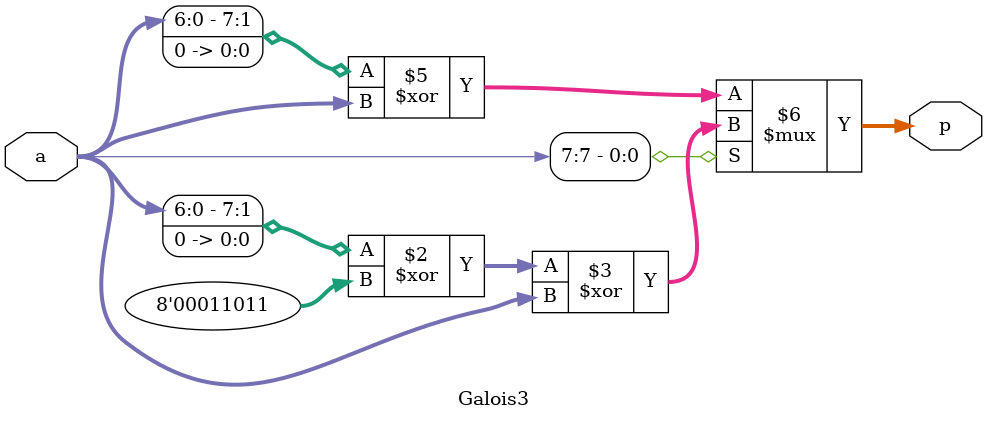
<source format=v>
module Galois3(a,p);
	input [7:0] a;
	output [7:0] p;
	assign p = a[7] ? (a<<1)^(8'h1b)^a : (a<<1)^a;
endmodule

</source>
